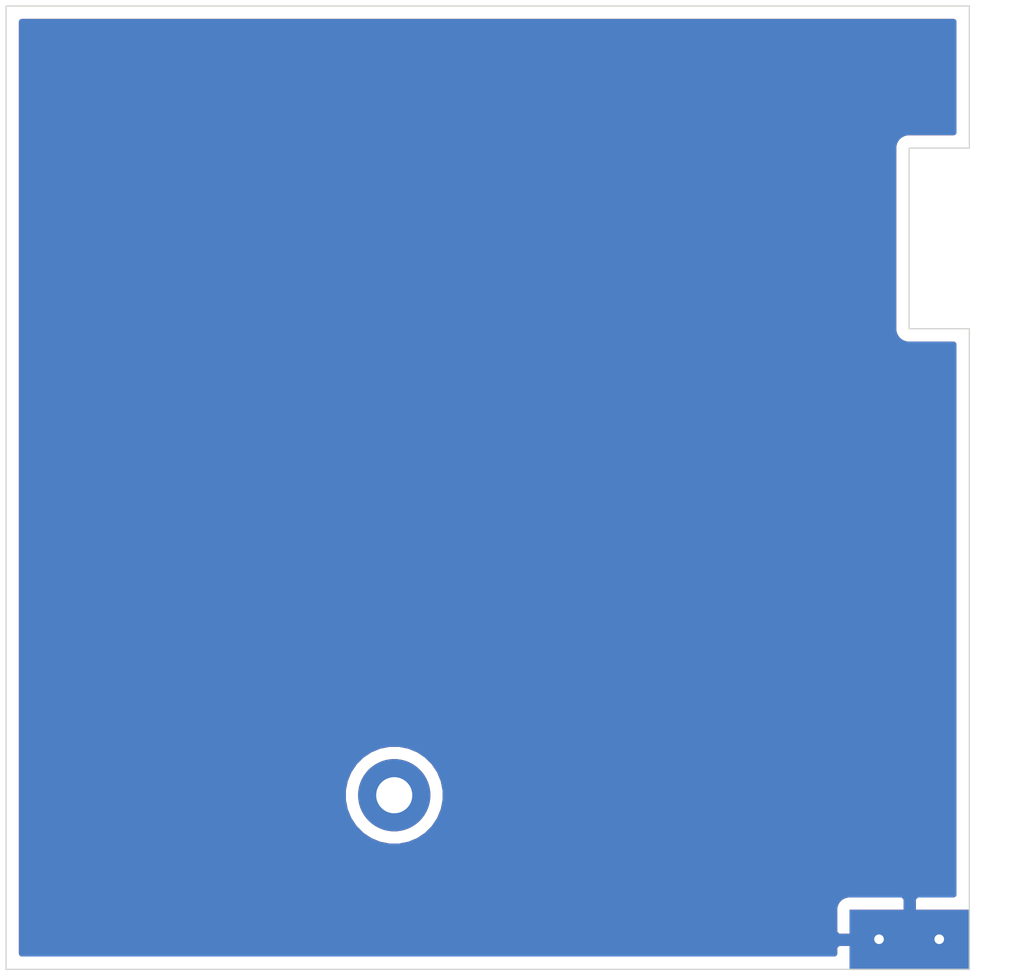
<source format=kicad_pcb>
(kicad_pcb (version 20171130) (host pcbnew "(5.1.4)-1")

  (general
    (thickness 1.6)
    (drawings 8)
    (tracks 2)
    (zones 0)
    (modules 3)
    (nets 3)
  )

  (page A4)
  (layers
    (0 F.Cu signal)
    (31 B.Cu signal)
    (32 B.Adhes user)
    (33 F.Adhes user)
    (34 B.Paste user)
    (35 F.Paste user)
    (36 B.SilkS user)
    (37 F.SilkS user)
    (38 B.Mask user hide)
    (39 F.Mask user hide)
    (40 Dwgs.User user)
    (41 Cmts.User user)
    (42 Eco1.User user)
    (43 Eco2.User user)
    (44 Edge.Cuts user)
    (45 Margin user)
    (46 B.CrtYd user)
    (47 F.CrtYd user)
    (48 B.Fab user)
    (49 F.Fab user)
  )

  (setup
    (last_trace_width 0.25)
    (trace_clearance 0.2)
    (zone_clearance 0.508)
    (zone_45_only no)
    (trace_min 0.2)
    (via_size 0.8)
    (via_drill 0.4)
    (via_min_size 0.4)
    (via_min_drill 0.3)
    (uvia_size 0.3)
    (uvia_drill 0.1)
    (uvias_allowed no)
    (uvia_min_size 0.2)
    (uvia_min_drill 0.1)
    (edge_width 0.05)
    (segment_width 0.2)
    (pcb_text_width 0.3)
    (pcb_text_size 1.5 1.5)
    (mod_edge_width 0.12)
    (mod_text_size 1 1)
    (mod_text_width 0.15)
    (pad_size 1.524 1.524)
    (pad_drill 0.762)
    (pad_to_mask_clearance 0.051)
    (solder_mask_min_width 0.25)
    (aux_axis_origin 0 0)
    (visible_elements 7FFFFFFF)
    (pcbplotparams
      (layerselection 0x010fc_ffffffff)
      (usegerberextensions false)
      (usegerberattributes false)
      (usegerberadvancedattributes false)
      (creategerberjobfile false)
      (excludeedgelayer true)
      (linewidth 0.100000)
      (plotframeref false)
      (viasonmask false)
      (mode 1)
      (useauxorigin false)
      (hpglpennumber 1)
      (hpglpenspeed 20)
      (hpglpendiameter 15.000000)
      (psnegative false)
      (psa4output false)
      (plotreference true)
      (plotvalue true)
      (plotinvisibletext false)
      (padsonsilk false)
      (subtractmaskfromsilk false)
      (outputformat 1)
      (mirror false)
      (drillshape 1)
      (scaleselection 1)
      (outputdirectory ""))
  )

  (net 0 "")
  (net 1 /VBUS)
  (net 2 GND)

  (net_class Default "This is the default net class."
    (clearance 0.2)
    (trace_width 0.25)
    (via_dia 0.8)
    (via_drill 0.4)
    (uvia_dia 0.3)
    (uvia_drill 0.1)
    (add_net /VBUS)
    (add_net GND)
  )

  (module Custom:Axis (layer F.Cu) (tedit 5D908218) (tstamp 5D91241A)
    (at 191.12 107.77)
    (path /5D908506)
    (fp_text reference J1 (at 0 2.54) (layer F.Fab)
      (effects (font (size 1 1) (thickness 0.15)))
    )
    (fp_text value Conn_01x01 (at 0 -2.54) (layer F.Fab)
      (effects (font (size 1 1) (thickness 0.15)))
    )
    (pad 1 thru_hole circle (at 0 0) (size 3 3) (drill 1.5) (layers *.Cu *.Mask)
      (net 1 /VBUS))
  )

  (module Custom:Mounting_Pad_Power (layer B.Cu) (tedit 5D7A81B3) (tstamp 5D90DF28)
    (at 212.525 113.775 90)
    (path /5D90F927)
    (fp_text reference H1 (at 0.25 -3.425 90) (layer B.Fab)
      (effects (font (size 1 1) (thickness 0.15)) (justify mirror))
    )
    (fp_text value GND (at 0.275 -3.275 90) (layer F.Fab)
      (effects (font (size 1 1) (thickness 0.15)) (justify mirror))
    )
    (pad 1 smd rect (at 0 0 90) (size 2.5 5) (layers B.Cu B.Paste B.Mask)
      (net 2 GND))
  )

  (module Custom:Mounting_Pad_Power (layer F.Cu) (tedit 5D7A81B3) (tstamp 5D90DFBC)
    (at 212.525 113.775 90)
    (path /5D90E7EF)
    (fp_text reference H2 (at 0 3.9 90) (layer F.Fab)
      (effects (font (size 1 1) (thickness 0.15)))
    )
    (fp_text value GND (at 0.275 -3.275 90) (layer F.Fab)
      (effects (font (size 1 1) (thickness 0.15)))
    )
    (pad 1 smd rect (at 0 0 90) (size 2.5 5) (layers F.Cu F.Paste F.Mask)
      (net 2 GND))
  )

  (gr_line (start 215 88.4) (end 215 115) (layer Edge.Cuts) (width 0.05) (tstamp 5D90E76D))
  (gr_line (start 212.5 88.4) (end 215 88.4) (layer Edge.Cuts) (width 0.05))
  (gr_line (start 212.5 80.9) (end 212.5 88.4) (layer Edge.Cuts) (width 0.05))
  (gr_line (start 215 80.9) (end 212.5 80.9) (layer Edge.Cuts) (width 0.05))
  (gr_line (start 215 75) (end 215 80.9) (layer Edge.Cuts) (width 0.05))
  (gr_line (start 175 115) (end 175 75) (layer Edge.Cuts) (width 0.05) (tstamp 5D912410))
  (gr_line (start 215 115) (end 175 115) (layer Edge.Cuts) (width 0.05))
  (gr_line (start 175 75) (end 215 75) (layer Edge.Cuts) (width 0.05))

  (via (at 213.75 113.75) (size 0.8) (drill 0.4) (layers F.Cu B.Cu) (net 2))
  (via (at 211.25 113.75) (size 0.8) (drill 0.4) (layers F.Cu B.Cu) (net 2))

  (zone (net 2) (net_name GND) (layer F.Cu) (tstamp 0) (hatch edge 0.508)
    (connect_pads (clearance 0.508))
    (min_thickness 0.254)
    (fill yes (arc_segments 32) (thermal_gap 0.508) (thermal_bridge_width 0.508))
    (polygon
      (pts
        (xy 174.75 74.75) (xy 215.25 74.75) (xy 215.25 115.25) (xy 174.75 115.25)
      )
    )
    (filled_polygon
      (pts
        (xy 214.340001 80.24) (xy 212.532419 80.24) (xy 212.5 80.236807) (xy 212.467581 80.24) (xy 212.370617 80.24955)
        (xy 212.246207 80.28729) (xy 212.13155 80.348575) (xy 212.031052 80.431052) (xy 211.948575 80.53155) (xy 211.88729 80.646207)
        (xy 211.84955 80.770617) (xy 211.836807 80.9) (xy 211.84 80.932419) (xy 211.840001 88.367571) (xy 211.836807 88.4)
        (xy 211.84955 88.529383) (xy 211.88729 88.653793) (xy 211.948575 88.76845) (xy 212.031052 88.868948) (xy 212.13155 88.951425)
        (xy 212.246207 89.01271) (xy 212.370617 89.05045) (xy 212.467581 89.06) (xy 212.5 89.063193) (xy 212.532419 89.06)
        (xy 214.34 89.06) (xy 214.340001 111.887878) (xy 212.81075 111.89) (xy 212.652 112.04875) (xy 212.652 113.648)
        (xy 212.672 113.648) (xy 212.672 113.902) (xy 212.652 113.902) (xy 212.652 113.922) (xy 212.398 113.922)
        (xy 212.398 113.902) (xy 209.54875 113.902) (xy 209.39 114.06075) (xy 209.38911 114.34) (xy 175.66 114.34)
        (xy 175.66 112.525) (xy 209.386928 112.525) (xy 209.39 113.48925) (xy 209.54875 113.648) (xy 212.398 113.648)
        (xy 212.398 112.04875) (xy 212.23925 111.89) (xy 210.025 111.886928) (xy 209.900518 111.899188) (xy 209.78082 111.935498)
        (xy 209.670506 111.994463) (xy 209.573815 112.073815) (xy 209.494463 112.170506) (xy 209.435498 112.28082) (xy 209.399188 112.400518)
        (xy 209.386928 112.525) (xy 175.66 112.525) (xy 175.66 107.559721) (xy 188.985 107.559721) (xy 188.985 107.980279)
        (xy 189.067047 108.392756) (xy 189.227988 108.781302) (xy 189.461637 109.130983) (xy 189.759017 109.428363) (xy 190.108698 109.662012)
        (xy 190.497244 109.822953) (xy 190.909721 109.905) (xy 191.330279 109.905) (xy 191.742756 109.822953) (xy 192.131302 109.662012)
        (xy 192.480983 109.428363) (xy 192.778363 109.130983) (xy 193.012012 108.781302) (xy 193.172953 108.392756) (xy 193.255 107.980279)
        (xy 193.255 107.559721) (xy 193.172953 107.147244) (xy 193.012012 106.758698) (xy 192.778363 106.409017) (xy 192.480983 106.111637)
        (xy 192.131302 105.877988) (xy 191.742756 105.717047) (xy 191.330279 105.635) (xy 190.909721 105.635) (xy 190.497244 105.717047)
        (xy 190.108698 105.877988) (xy 189.759017 106.111637) (xy 189.461637 106.409017) (xy 189.227988 106.758698) (xy 189.067047 107.147244)
        (xy 188.985 107.559721) (xy 175.66 107.559721) (xy 175.66 75.66) (xy 214.34 75.66)
      )
    )
  )
  (zone (net 2) (net_name GND) (layer B.Cu) (tstamp 0) (hatch edge 0.508)
    (connect_pads (clearance 0.508))
    (min_thickness 0.254)
    (fill yes (arc_segments 32) (thermal_gap 0.508) (thermal_bridge_width 0.508))
    (polygon
      (pts
        (xy 174.75 115.25) (xy 174.75 74.75) (xy 215.25 74.75) (xy 215.25 115.25)
      )
    )
    (filled_polygon
      (pts
        (xy 214.340001 80.24) (xy 212.532419 80.24) (xy 212.5 80.236807) (xy 212.467581 80.24) (xy 212.370617 80.24955)
        (xy 212.246207 80.28729) (xy 212.13155 80.348575) (xy 212.031052 80.431052) (xy 211.948575 80.53155) (xy 211.88729 80.646207)
        (xy 211.84955 80.770617) (xy 211.836807 80.9) (xy 211.84 80.932419) (xy 211.840001 88.367571) (xy 211.836807 88.4)
        (xy 211.84955 88.529383) (xy 211.88729 88.653793) (xy 211.948575 88.76845) (xy 212.031052 88.868948) (xy 212.13155 88.951425)
        (xy 212.246207 89.01271) (xy 212.370617 89.05045) (xy 212.467581 89.06) (xy 212.5 89.063193) (xy 212.532419 89.06)
        (xy 214.34 89.06) (xy 214.340001 111.887878) (xy 212.81075 111.89) (xy 212.652 112.04875) (xy 212.652 113.648)
        (xy 212.672 113.648) (xy 212.672 113.902) (xy 212.652 113.902) (xy 212.652 113.922) (xy 212.398 113.922)
        (xy 212.398 113.902) (xy 209.54875 113.902) (xy 209.39 114.06075) (xy 209.38911 114.34) (xy 175.66 114.34)
        (xy 175.66 112.525) (xy 209.386928 112.525) (xy 209.39 113.48925) (xy 209.54875 113.648) (xy 212.398 113.648)
        (xy 212.398 112.04875) (xy 212.23925 111.89) (xy 210.025 111.886928) (xy 209.900518 111.899188) (xy 209.78082 111.935498)
        (xy 209.670506 111.994463) (xy 209.573815 112.073815) (xy 209.494463 112.170506) (xy 209.435498 112.28082) (xy 209.399188 112.400518)
        (xy 209.386928 112.525) (xy 175.66 112.525) (xy 175.66 107.559721) (xy 188.985 107.559721) (xy 188.985 107.980279)
        (xy 189.067047 108.392756) (xy 189.227988 108.781302) (xy 189.461637 109.130983) (xy 189.759017 109.428363) (xy 190.108698 109.662012)
        (xy 190.497244 109.822953) (xy 190.909721 109.905) (xy 191.330279 109.905) (xy 191.742756 109.822953) (xy 192.131302 109.662012)
        (xy 192.480983 109.428363) (xy 192.778363 109.130983) (xy 193.012012 108.781302) (xy 193.172953 108.392756) (xy 193.255 107.980279)
        (xy 193.255 107.559721) (xy 193.172953 107.147244) (xy 193.012012 106.758698) (xy 192.778363 106.409017) (xy 192.480983 106.111637)
        (xy 192.131302 105.877988) (xy 191.742756 105.717047) (xy 191.330279 105.635) (xy 190.909721 105.635) (xy 190.497244 105.717047)
        (xy 190.108698 105.877988) (xy 189.759017 106.111637) (xy 189.461637 106.409017) (xy 189.227988 106.758698) (xy 189.067047 107.147244)
        (xy 188.985 107.559721) (xy 175.66 107.559721) (xy 175.66 75.66) (xy 214.34 75.66)
      )
    )
  )
)

</source>
